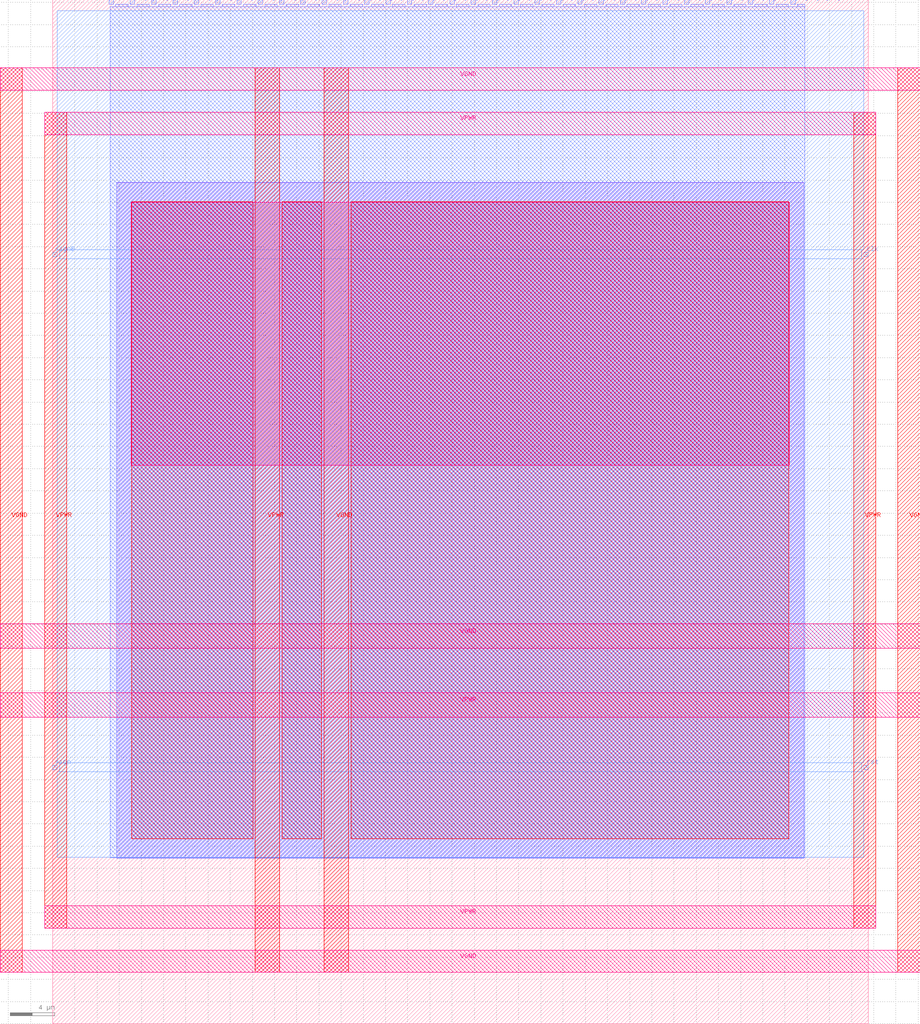
<source format=lef>
VERSION 5.7 ;
  NOWIREEXTENSIONATPIN ON ;
  DIVIDERCHAR "/" ;
  BUSBITCHARS "[]" ;
MACRO DigitalSine
  CLASS BLOCK ;
  FOREIGN DigitalSine ;
  ORIGIN 0.000 0.000 ;
  SIZE 73.510 BY 92.230 ;
  PIN VGND
    DIRECTION INOUT ;
    USE GROUND ;
    PORT
      LAYER Metal4 ;
        RECT -4.740 4.620 -2.740 86.100 ;
    END
    PORT
      LAYER Metal5 ;
        RECT -4.740 4.620 78.180 6.620 ;
    END
    PORT
      LAYER Metal5 ;
        RECT -4.740 84.100 78.180 86.100 ;
    END
    PORT
      LAYER Metal4 ;
        RECT 76.180 4.620 78.180 86.100 ;
    END
    PORT
      LAYER Metal4 ;
        RECT 24.460 4.620 26.660 86.100 ;
    END
    PORT
      LAYER Metal5 ;
        RECT -4.740 33.820 78.180 36.020 ;
    END
  END VGND
  PIN VPWR
    DIRECTION INOUT ;
    USE POWER ;
    PORT
      LAYER Metal4 ;
        RECT -0.740 8.620 1.260 82.100 ;
    END
    PORT
      LAYER Metal5 ;
        RECT -0.740 8.620 74.180 10.620 ;
    END
    PORT
      LAYER Metal5 ;
        RECT -0.740 80.100 74.180 82.100 ;
    END
    PORT
      LAYER Metal4 ;
        RECT 72.180 8.620 74.180 82.100 ;
    END
    PORT
      LAYER Metal4 ;
        RECT 18.260 4.620 20.460 86.100 ;
    END
    PORT
      LAYER Metal5 ;
        RECT -4.740 27.620 78.180 29.820 ;
    END
  END VPWR
  PIN clk
    DIRECTION INPUT ;
    USE SIGNAL ;
    ANTENNAGATEAREA 0.725400 ;
    PORT
      LAYER Metal3 ;
        RECT 73.110 69.100 73.510 69.500 ;
    END
  END clk
  PIN rst
    DIRECTION INPUT ;
    USE SIGNAL ;
    ANTENNAGATEAREA 0.180700 ;
    PORT
      LAYER Metal3 ;
        RECT 73.110 22.900 73.510 23.300 ;
    END
  END rst
  PIN sign
    DIRECTION OUTPUT ;
    USE SIGNAL ;
    ANTENNADIFFAREA 0.706800 ;
    PORT
      LAYER Metal3 ;
        RECT 0.000 22.900 0.400 23.300 ;
    END
  END sign
  PIN signB
    DIRECTION OUTPUT ;
    USE SIGNAL ;
    ANTENNADIFFAREA 0.706800 ;
    PORT
      LAYER Metal3 ;
        RECT 0.000 69.100 0.400 69.500 ;
    END
  END signB
  PIN sine_out[0]
    DIRECTION OUTPUT ;
    USE SIGNAL ;
    ANTENNADIFFAREA 0.706800 ;
    PORT
      LAYER Metal2 ;
        RECT 5.080 91.830 5.480 92.230 ;
    END
  END sine_out[0]
  PIN sine_out[10]
    DIRECTION OUTPUT ;
    USE SIGNAL ;
    ANTENNADIFFAREA 0.706800 ;
    PORT
      LAYER Metal2 ;
        RECT 24.280 91.830 24.680 92.230 ;
    END
  END sine_out[10]
  PIN sine_out[11]
    DIRECTION OUTPUT ;
    USE SIGNAL ;
    ANTENNADIFFAREA 0.706800 ;
    PORT
      LAYER Metal2 ;
        RECT 26.200 91.830 26.600 92.230 ;
    END
  END sine_out[11]
  PIN sine_out[12]
    DIRECTION OUTPUT ;
    USE SIGNAL ;
    ANTENNADIFFAREA 0.706800 ;
    PORT
      LAYER Metal2 ;
        RECT 28.120 91.830 28.520 92.230 ;
    END
  END sine_out[12]
  PIN sine_out[13]
    DIRECTION OUTPUT ;
    USE SIGNAL ;
    ANTENNADIFFAREA 0.706800 ;
    PORT
      LAYER Metal2 ;
        RECT 30.040 91.830 30.440 92.230 ;
    END
  END sine_out[13]
  PIN sine_out[14]
    DIRECTION OUTPUT ;
    USE SIGNAL ;
    ANTENNADIFFAREA 0.706800 ;
    PORT
      LAYER Metal2 ;
        RECT 31.960 91.830 32.360 92.230 ;
    END
  END sine_out[14]
  PIN sine_out[15]
    DIRECTION OUTPUT ;
    USE SIGNAL ;
    ANTENNADIFFAREA 0.706800 ;
    PORT
      LAYER Metal2 ;
        RECT 33.880 91.830 34.280 92.230 ;
    END
  END sine_out[15]
  PIN sine_out[16]
    DIRECTION OUTPUT ;
    USE SIGNAL ;
    ANTENNADIFFAREA 0.706800 ;
    PORT
      LAYER Metal2 ;
        RECT 35.800 91.830 36.200 92.230 ;
    END
  END sine_out[16]
  PIN sine_out[17]
    DIRECTION OUTPUT ;
    USE SIGNAL ;
    ANTENNADIFFAREA 0.706800 ;
    PORT
      LAYER Metal2 ;
        RECT 37.720 91.830 38.120 92.230 ;
    END
  END sine_out[17]
  PIN sine_out[18]
    DIRECTION OUTPUT ;
    USE SIGNAL ;
    ANTENNADIFFAREA 0.706800 ;
    PORT
      LAYER Metal2 ;
        RECT 39.640 91.830 40.040 92.230 ;
    END
  END sine_out[18]
  PIN sine_out[19]
    DIRECTION OUTPUT ;
    USE SIGNAL ;
    ANTENNADIFFAREA 0.706800 ;
    PORT
      LAYER Metal2 ;
        RECT 41.560 91.830 41.960 92.230 ;
    END
  END sine_out[19]
  PIN sine_out[1]
    DIRECTION OUTPUT ;
    USE SIGNAL ;
    ANTENNADIFFAREA 0.706800 ;
    PORT
      LAYER Metal2 ;
        RECT 7.000 91.830 7.400 92.230 ;
    END
  END sine_out[1]
  PIN sine_out[20]
    DIRECTION OUTPUT ;
    USE SIGNAL ;
    ANTENNADIFFAREA 0.706800 ;
    PORT
      LAYER Metal2 ;
        RECT 43.480 91.830 43.880 92.230 ;
    END
  END sine_out[20]
  PIN sine_out[21]
    DIRECTION OUTPUT ;
    USE SIGNAL ;
    ANTENNADIFFAREA 0.706800 ;
    PORT
      LAYER Metal2 ;
        RECT 45.400 91.830 45.800 92.230 ;
    END
  END sine_out[21]
  PIN sine_out[22]
    DIRECTION OUTPUT ;
    USE SIGNAL ;
    ANTENNADIFFAREA 0.706800 ;
    PORT
      LAYER Metal2 ;
        RECT 47.320 91.830 47.720 92.230 ;
    END
  END sine_out[22]
  PIN sine_out[23]
    DIRECTION OUTPUT ;
    USE SIGNAL ;
    ANTENNADIFFAREA 0.706800 ;
    PORT
      LAYER Metal2 ;
        RECT 49.240 91.830 49.640 92.230 ;
    END
  END sine_out[23]
  PIN sine_out[24]
    DIRECTION OUTPUT ;
    USE SIGNAL ;
    ANTENNADIFFAREA 0.706800 ;
    PORT
      LAYER Metal2 ;
        RECT 51.160 91.830 51.560 92.230 ;
    END
  END sine_out[24]
  PIN sine_out[25]
    DIRECTION OUTPUT ;
    USE SIGNAL ;
    ANTENNADIFFAREA 0.706800 ;
    PORT
      LAYER Metal2 ;
        RECT 53.080 91.830 53.480 92.230 ;
    END
  END sine_out[25]
  PIN sine_out[26]
    DIRECTION OUTPUT ;
    USE SIGNAL ;
    ANTENNADIFFAREA 0.706800 ;
    PORT
      LAYER Metal2 ;
        RECT 55.000 91.830 55.400 92.230 ;
    END
  END sine_out[26]
  PIN sine_out[27]
    DIRECTION OUTPUT ;
    USE SIGNAL ;
    ANTENNADIFFAREA 0.706800 ;
    PORT
      LAYER Metal2 ;
        RECT 56.920 91.830 57.320 92.230 ;
    END
  END sine_out[27]
  PIN sine_out[28]
    DIRECTION OUTPUT ;
    USE SIGNAL ;
    ANTENNADIFFAREA 0.706800 ;
    PORT
      LAYER Metal2 ;
        RECT 58.840 91.830 59.240 92.230 ;
    END
  END sine_out[28]
  PIN sine_out[29]
    DIRECTION OUTPUT ;
    USE SIGNAL ;
    ANTENNADIFFAREA 0.706800 ;
    PORT
      LAYER Metal2 ;
        RECT 60.760 91.830 61.160 92.230 ;
    END
  END sine_out[29]
  PIN sine_out[2]
    DIRECTION OUTPUT ;
    USE SIGNAL ;
    ANTENNADIFFAREA 0.706800 ;
    PORT
      LAYER Metal2 ;
        RECT 8.920 91.830 9.320 92.230 ;
    END
  END sine_out[2]
  PIN sine_out[30]
    DIRECTION OUTPUT ;
    USE SIGNAL ;
    ANTENNADIFFAREA 0.706800 ;
    PORT
      LAYER Metal2 ;
        RECT 62.680 91.830 63.080 92.230 ;
    END
  END sine_out[30]
  PIN sine_out[31]
    DIRECTION OUTPUT ;
    USE SIGNAL ;
    ANTENNADIFFAREA 0.706800 ;
    PORT
      LAYER Metal2 ;
        RECT 64.600 91.830 65.000 92.230 ;
    END
  END sine_out[31]
  PIN sine_out[32]
    DIRECTION OUTPUT ;
    USE SIGNAL ;
    ANTENNADIFFAREA 0.706800 ;
    PORT
      LAYER Metal2 ;
        RECT 66.520 91.830 66.920 92.230 ;
    END
  END sine_out[32]
  PIN sine_out[3]
    DIRECTION OUTPUT ;
    USE SIGNAL ;
    ANTENNADIFFAREA 0.706800 ;
    PORT
      LAYER Metal2 ;
        RECT 10.840 91.830 11.240 92.230 ;
    END
  END sine_out[3]
  PIN sine_out[4]
    DIRECTION OUTPUT ;
    USE SIGNAL ;
    ANTENNADIFFAREA 0.706800 ;
    PORT
      LAYER Metal2 ;
        RECT 12.760 91.830 13.160 92.230 ;
    END
  END sine_out[4]
  PIN sine_out[5]
    DIRECTION OUTPUT ;
    USE SIGNAL ;
    ANTENNADIFFAREA 0.706800 ;
    PORT
      LAYER Metal2 ;
        RECT 14.680 91.830 15.080 92.230 ;
    END
  END sine_out[5]
  PIN sine_out[6]
    DIRECTION OUTPUT ;
    USE SIGNAL ;
    ANTENNADIFFAREA 0.706800 ;
    PORT
      LAYER Metal2 ;
        RECT 16.600 91.830 17.000 92.230 ;
    END
  END sine_out[6]
  PIN sine_out[7]
    DIRECTION OUTPUT ;
    USE SIGNAL ;
    ANTENNADIFFAREA 0.706800 ;
    PORT
      LAYER Metal2 ;
        RECT 18.520 91.830 18.920 92.230 ;
    END
  END sine_out[7]
  PIN sine_out[8]
    DIRECTION OUTPUT ;
    USE SIGNAL ;
    ANTENNADIFFAREA 0.706800 ;
    PORT
      LAYER Metal2 ;
        RECT 20.440 91.830 20.840 92.230 ;
    END
  END sine_out[8]
  PIN sine_out[9]
    DIRECTION OUTPUT ;
    USE SIGNAL ;
    ANTENNADIFFAREA 0.706800 ;
    PORT
      LAYER Metal2 ;
        RECT 22.360 91.830 22.760 92.230 ;
    END
  END sine_out[9]
  OBS
      LAYER GatPoly ;
        RECT 5.760 14.970 67.680 75.750 ;
      LAYER Metal1 ;
        RECT 5.760 14.900 67.680 75.820 ;
      LAYER Metal2 ;
        RECT 5.690 91.620 6.790 91.830 ;
        RECT 7.610 91.620 8.710 91.830 ;
        RECT 9.530 91.620 10.630 91.830 ;
        RECT 11.450 91.620 12.550 91.830 ;
        RECT 13.370 91.620 14.470 91.830 ;
        RECT 15.290 91.620 16.390 91.830 ;
        RECT 17.210 91.620 18.310 91.830 ;
        RECT 19.130 91.620 20.230 91.830 ;
        RECT 21.050 91.620 22.150 91.830 ;
        RECT 22.970 91.620 24.070 91.830 ;
        RECT 24.890 91.620 25.990 91.830 ;
        RECT 26.810 91.620 27.910 91.830 ;
        RECT 28.730 91.620 29.830 91.830 ;
        RECT 30.650 91.620 31.750 91.830 ;
        RECT 32.570 91.620 33.670 91.830 ;
        RECT 34.490 91.620 35.590 91.830 ;
        RECT 36.410 91.620 37.510 91.830 ;
        RECT 38.330 91.620 39.430 91.830 ;
        RECT 40.250 91.620 41.350 91.830 ;
        RECT 42.170 91.620 43.270 91.830 ;
        RECT 44.090 91.620 45.190 91.830 ;
        RECT 46.010 91.620 47.110 91.830 ;
        RECT 47.930 91.620 49.030 91.830 ;
        RECT 49.850 91.620 50.950 91.830 ;
        RECT 51.770 91.620 52.870 91.830 ;
        RECT 53.690 91.620 54.790 91.830 ;
        RECT 55.610 91.620 56.710 91.830 ;
        RECT 57.530 91.620 58.630 91.830 ;
        RECT 59.450 91.620 60.550 91.830 ;
        RECT 61.370 91.620 62.470 91.830 ;
        RECT 63.290 91.620 64.390 91.830 ;
        RECT 65.210 91.620 66.310 91.830 ;
        RECT 67.130 91.620 67.785 91.830 ;
        RECT 5.180 14.975 67.785 91.620 ;
      LAYER Metal3 ;
        RECT 0.400 69.710 73.110 91.240 ;
        RECT 0.610 68.890 72.900 69.710 ;
        RECT 0.400 23.510 73.110 68.890 ;
        RECT 0.610 22.690 72.900 23.510 ;
        RECT 0.400 15.020 73.110 22.690 ;
      LAYER Metal4 ;
        RECT 7.095 16.655 18.050 74.065 ;
        RECT 20.670 16.655 24.250 74.065 ;
        RECT 26.870 16.655 66.345 74.065 ;
      LAYER Metal5 ;
        RECT 7.055 50.300 66.385 74.020 ;
  END
END DigitalSine
END LIBRARY


</source>
